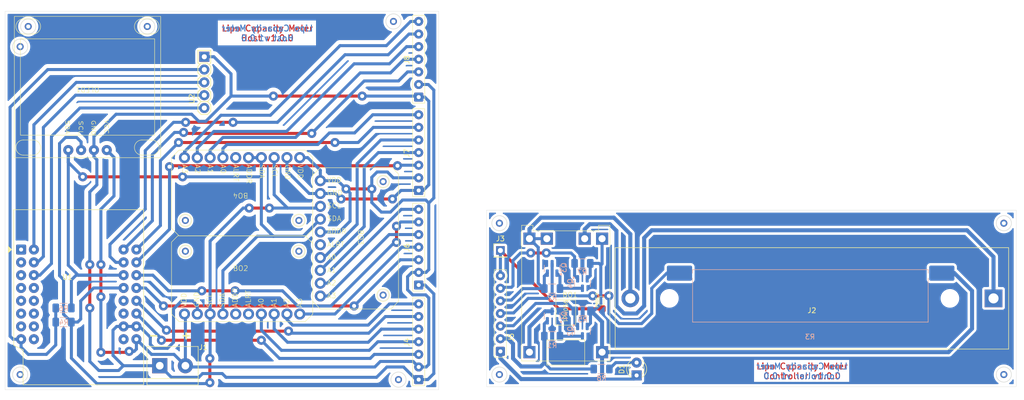
<source format=kicad_pcb>
(kicad_pcb (version 20240108) (generator "pcbnew") (generator_version "8.0")
  (layers (0 "F.Cu" signal) (31 "B.Cu" signal) (34 "B.Paste" user) (35 "F.Paste" user) (36 "B.SilkS" user "B.Silkscreen") (37 "F.SilkS" user "F.Silkscreen") (38 "B.Mask" user) (39 "F.Mask" user) (44 "Edge.Cuts" user))
  (net 0 "")
  (net 1 "Net-(BO1-Vin)")
  (net 2 "GND")
  (net 3 "/+5V")
  (net 4 "Net-(Q1-G)")
  (net 5 "Net-(BO1-B-)")
  (net 6 "Net-(Q3-G)")
  (net 22 "/B1_CH_C")
  (net 23 "/SDA")
  (net 24 "/B0_CH_C")
  (net 25 "/B0_DCH_C")
  (net 26 "/SCL")
  (net 27 "/B0_O+B_V")
  (net 28 "/B3_CH_C")
  (net 29 "/B2_DCH_C")
  (net 30 "/B3_DCH_C")
  (net 31 "/B3_O+B_V")
  (net 32 "/B2_CH_C")
  (net 33 "/B1_O+B_V")
  (net 34 "/B2_O+B_V")
  (net 35 "/B1_DCH_C")
  (net 40 "/B0_CH_CTL")
  (net 41 "/3V3")
  (net 42 "Net-(D1-A)")
  (net 43 "/B0_DCH_CTL")
  (net 44 "/B1_CH_CTL")
  (net 45 "/B1_DCH_CTL")
  (net 46 "/B2_CH_CTL")
  (net 47 "/B2_DCH_CTL")
  (net 48 "/B3_DCH_CTL")
  (net 49 "/B3_CH_CTL")
  (net 50 "/ENC_CLK")
  (net 51 "/ENC_DT")
  (net 52 "/ENC_SW")
  (net 53 "GND1")
  (net 54 "/BC_O+B_V")
  (net 55 "/BC_CH_C")
  (net 56 "/BC_DCH_C")
  (net 57 "/BC_DCH_CTL")
  (net 58 "/BC_+5V")
  (net 59 "/BC_CH_CTL")
  (footprint "LED_THT:LED_D3.0mm" (layer "F.Cu") (at 181.2 142.175 90)
    (property "Reference" "D1")
    (property "Value" "Power Ind")
  )
  (footprint "Connectors_Wire_TC:SolderWire-1x07_P2.5mm_D0.8mm_OD1.8mm" (layer "F.Cu") (at 138 105.5 90)
    (property "Reference" "J7")
    (property "Value" "B2 Conn")
  )
  (footprint "Connectors_Wire_TC:SolderWire-1x07_P2.5mm_D0.8mm_OD1.8mm" (layer "F.Cu") (at 138 87 90)
    (property "Reference" "J8")
    (property "Value" "B3 Conn")
  )
  (footprint "Connectors_Wire_TC:SolderWire-1x07_P2.5mm_D0.8mm_OD1.8mm" (layer "F.Cu") (at 154.2 137.4 90)
    (property "Reference" "J5")
    (property "Value" "B0 Conn")
  )
  (footprint "Connectors_Wire_TC:SolderWire-1x07_P2.5mm_D0.8mm_OD1.8mm" (layer "F.Cu") (at 138 124.25 90)
    (property "Reference" "J6")
    (property "Value" "B1 Conn")
  )
  (footprint "ADC_Modules:ADS1115_BO" (layer "F.Cu") (at 103 99 180)
    (property "Reference" "BO4")
    (property "Value" "~")
  )
  (footprint "Connector_PinHeader_2.54mm:PinHeader_1x01_P2.54mm_Vertical" (layer "F.Cu") (at 154.2 117.4)
    (property "Reference" "J3")
    (property "Value" "R_PROG")
  )
  (footprint "ADC_Modules:ADS1115_BO" (layer "F.Cu") (at 103 130)
    (property "Reference" "BO2")
    (property "Value" "~")
  )
  (footprint "LiPo_Charger_Board:TP4056_BreakOut_2" (layer "F.Cu") (at 167.15625 126.3125 90)
    (property "Reference" "BO1")
    (property "Value" "TP4056 BreakOut")
  )
  (footprint "RotaryEncoders:KY-040-PORT" (layer "F.Cu") (at 95.5 82.81 90)
    (property "Reference" "U2")
    (property "Value" "KY-040")
  )
  (footprint "MCU_Modules:WEMOS_S2_mini_NoKeepOut" (layer "F.Cu") (at 59.18 117.22)
    (property "Reference" "U1")
    (property "Value" "WEMOS S2 Mini")
  )
  (footprint "Battery:BatteryHolder_MPD_BH-18650-PC2" (layer "F.Cu") (at 251.955 126.9 180)
    (property "Reference" "J2")
    (property "Value" "BatteryHolder")
  )
  (footprint "Display_Module:SSD13306_OLED_128x64-2_NonPad_Mounting_Holes" (layer "F.Cu") (at 72.35 85 180)
    (property "Reference" "OLED1")
    (property "Value" "~")
  )
  (footprint "ADC_Modules:ADS1115_BO" (layer "F.Cu") (at 118.5 115 -90)
    (property "Reference" "BO3")
    (property "Value" "~")
  )
  (footprint "Connectors_Wire_TC:SolderWire-1x07_P2.5mm_D0.8mm_OD1.8mm" (layer "F.Cu") (at 138 143 90)
    (property "Reference" "J4")
    (property "Value" "B0 Conn")
  )
  (footprint "TerminalBlock:TerminalBlock_bornier-2_P5.08mm" (layer "F.Cu") (at 86.67 140.25)
    (property "Reference" "J1")
    (property "Value" "5V Power")
  )
  (footprint "Resistor_SMD:R_1206_3216Metric_Pad1.30x1.75mm_HandSolder" (layer "B.Cu") (at 164.45625 124.9625)
    (property "Reference" "R2")
    (property "Value" "10k")
  )
  (footprint "Resistor_Custom_THT:R_Axial_Power_L47.0mm_W10.0mm_P48.0mm_SMD" (layer "B.Cu") (at 191.7 126.4)
    (property "Reference" "R3")
    (property "Value" "Load")
  )
  (footprint "Resistor_SMD:R_1206_3216Metric_Pad1.30x1.75mm_HandSolder" (layer "B.Cu") (at 67.6 128.8)
    (property "Reference" "R6")
    (property "Value" "10k")
  )
  (footprint "Package_TO_SOT_SMD:SOT-23" (layer "B.Cu") (at 170.45625 123.9625 -90)
    (property "Reference" "Q4")
    (property "Value" "SI2302DDS")
  )
  (footprint "Package_TO_SOT_SMD:SOT-23" (layer "B.Cu") (at 164.45625 120.9625 90)
    (property "Reference" "Q3")
    (property "Value" "SI2301CDS")
  )
  (footprint "Package_TO_SOT_SMD:SOT-23" (layer "B.Cu") (at 170.45625 133.4 -90)
    (property "Reference" "Q2")
    (property "Value" "SI2302DDS")
  )
  (footprint "Resistor_SMD:R_1206_3216Metric_Pad1.30x1.75mm_HandSolder" (layer "B.Cu") (at 170.50625 129.4)
    (property "Reference" "R5")
    (property "Value" "12k")
  )
  (footprint "Resistor_SMD:R_1206_3216Metric_Pad1.30x1.75mm_HandSolder" (layer "B.Cu") (at 164.45625 134.4)
    (property "Reference" "R1")
    (property "Value" "10k")
  )
  (footprint "Resistor_SMD:R_1206_3216Metric_Pad1.30x1.75mm_HandSolder" (layer "B.Cu") (at 174.25 140.9)
    (property "Reference" "R8")
    (property "Value" "5.1k")
  )
  (footprint "Package_TO_SOT_SMD:SOT-23" (layer "B.Cu") (at 164.45625 130.4 90)
    (property "Reference" "Q1")
    (property "Value" "SI2301CDS")
  )
  (footprint "Resistor_SMD:R_1206_3216Metric_Pad1.30x1.75mm_HandSolder" (layer "B.Cu") (at 67.6 131.6)
    (property "Reference" "R4")
    (property "Value" "10k")
  )
  (footprint "Resistor_SMD:R_1206_3216Metric_Pad1.30x1.75mm_HandSolder" (layer "B.Cu") (at 170.45625 119.9625)
    (property "Reference" "R7")
    (property "Value" "12k")
  )
  (gr_circle (center 154 112) (end 155.5 112) (stroke (width 0.1)) (fill none) (layer "Edge.Cuts"))
  (gr_circle (center 59 142) (end 60.5 142) (stroke (width 0.1)) (fill none) (layer "Edge.Cuts"))
  (gr_circle (center 134 143) (end 135.5 143) (stroke (width 0.1)) (fill none) (layer "Edge.Cuts"))
  (gr_circle (center 254 142) (end 255.5 142) (stroke (width 0.1)) (fill none) (layer "Edge.Cuts"))
  (gr_circle (center 59 77) (end 60.5 77) (stroke (width 0.1)) (fill none) (layer "Edge.Cuts"))
  (gr_circle (center 130.95 103.75) (end 132.05 103.75) (stroke (width 0.05)) (fill none) (layer "Edge.Cuts"))
  (gr_circle (center 114.25 111.45) (end 115.35 111.45) (stroke (width 0.05)) (fill none) (layer "Edge.Cuts"))
  (gr_circle (center 60.6 73) (end 62.1 73) (stroke (width 0.1)) (fill none) (layer "Edge.Cuts"))
  (gr_circle (center 91.75 117.55) (end 92.85 117.55) (stroke (width 0.05)) (fill none) (layer "Edge.Cuts"))
  (gr_circle (center 130.95 126.25) (end 132.05 126.25) (stroke (width 0.05)) (fill none) (layer "Edge.Cuts"))
  (gr_circle (center 154 142) (end 155.5 142) (stroke (width 0.1)) (fill none) (layer "Edge.Cuts"))
  (gr_circle (center 133 72) (end 134.5 72) (stroke (width 0.1)) (fill none) (layer "Edge.Cuts"))
  (gr_circle (center 91.75 111.45) (end 92.85 111.45) (stroke (width 0.05)) (fill none) (layer "Edge.Cuts"))
  (gr_rect (start 56 70) (end 142 145) (stroke (width 0.05)) (fill none) (layer "Edge.Cuts"))
  (gr_rect (start 151.45 109.4) (end 256.45 144.4) (stroke (width 0.05)) (fill none) (layer "Edge.Cuts"))
  (gr_circle (center 114.25 117.55) (end 115.35 117.55) (stroke (width 0.05)) (fill none) (layer "Edge.Cuts"))
  (gr_circle (center 84.2 73) (end 85.7 73) (stroke (width 0.1)) (fill none) (layer "Edge.Cuts"))
  (gr_circle (center 254 112) (end 255.5 112) (stroke (width 0.1)) (fill none) (layer "Edge.Cuts"))
  (gr_text "Lipo Capacity Meter\nController v1.0.0" (at 214 143 -0) (layer "F.Cu") (effects (font (size 1.2 1.2) (thickness 0.2) (bold yes)) (justify bottom)))
  (gr_text "Lipo Capacity Meter\nHost v1.0.0" (at 108 76 0) (layer "F.Cu") (effects (font (size 1.2 1.2) (thickness 0.2) (bold yes)) (justify bottom)))
  (gr_text "Lipo Capacity Meter\nController v1.0.0" (at 214 143 0) (layer "B.Cu") (effects (font (size 1.2 1.2) (thickness 0.2) (bold yes)) (justify bottom mirror)))
  (gr_text "Lipo Capacity Meter\nHost v1.0.0" (at 108 76 0) (layer "B.Cu") (effects (font (size 1.2 1.2) (thickness 0.2) (bold yes)) (justify bottom mirror)))
  (gr_text "-    +" (at 84.35 135.1 0) (layer "F.SilkS") (effects (font (size 1.5 1.5) (thickness 0.3) (bold yes)) (justify left bottom)))
  (via (at 154 112) (size 1.4) (drill 0.8) (layers "F.Cu" "B.Cu") (net 0))
  (via (at 133 72) (size 1.4) (drill 0.8) (layers "F.Cu" "B.Cu") (net 0))
  (via (at 59 77) (size 1.4) (drill 0.8) (layers "F.Cu" "B.Cu") (net 0))
  (via (at 134 143) (size 1.4) (drill 0.8) (layers "F.Cu" "B.Cu") (net 0))
  (via (at 254 142) (size 1.4) (drill 0.8) (layers "F.Cu" "B.Cu") (net 0))
  (via (at 91.75 117.55) (size 1.4) (drill 0.8) (layers "F.Cu" "B.Cu") (net 0))
  (via (at 154 142) (size 1.4) (drill 0.8) (layers "F.Cu" "B.Cu") (net 0))
  (via (at 60.6 73) (size 1.4) (drill 0.8) (layers "F.Cu" "B.Cu") (net 0))
  (via (at 254 112) (size 1.4) (drill 0.8) (layers "F.Cu" "B.Cu") (net 0))
  (via (at 91.75 111.45) (size 1.4) (drill 0.8) (layers "F.Cu" "B.Cu") (net 0))
  (via (at 114.25 117.55) (size 1.4) (drill 0.8) (layers "F.Cu" "B.Cu") (net 0))
  (via (at 130.95 103.75) (size 1.4) (drill 0.8) (layers "F.Cu" "B.Cu") (net 0))
  (via (at 114.25 111.45) (size 1.4) (drill 0.8) (layers "F.Cu" "B.Cu") (net 0))
  (via (at 130.95 126.25) (size 1.4) (drill 0.8) (layers "F.Cu" "B.Cu") (net 0))
  (via (at 59 142) (size 1.4) (drill 0.8) (layers "F.Cu" "B.Cu") (net 0))
  (via (at 84.2 73) (size 1.4) (drill 0.8) (layers "F.Cu" "B.Cu") (net 0))
  (segment (start 163.074758 129.4625) (end 164.45625 129.4625) (width 0.8) (layer "B.Cu") (net 1))
  (segment (start 159.95625 137.5625) (end 159.95625 132.581008) (width 0.8) (layer "B.Cu") (net 1))
  (segment (start 159.95625 132.581008) (end 163.074758 129.4625) (width 0.8) (layer "B.Cu") (net 1))
  (segment (start 126.8 86.8) (end 109.2 86.8) (width 0.6) (layer "F.Cu") (net 2))
  (segment (start 122.6 107.2) (end 132.8 107.2) (width 0.6) (layer "F.Cu") (net 2))
  (segment (start 72.8 120.2) (end 72.8 128.8) (width 0.6) (layer "F.Cu") (net 2))
  (via (at 109.2 86.8) (size 1.8) (drill 0.8) (layers "F.Cu" "B.Cu") (net 2))
  (via (at 126.8 86.8) (size 1.8) (drill 0.8) (layers "F.Cu" "B.Cu") (net 2))
  (via (at 122.6 107.2) (size 1.8) (drill 0.8) (layers "F.Cu" "B.Cu") (net 2))
  (via (at 72.8 120.2) (size 1.8) (drill 0.8) (layers "F.Cu" "B.Cu") (net 2))
  (via (at 132.8 107.2) (size 1.8) (drill 0.8) (layers "F.Cu" "B.Cu") (net 2))
  (via (at 72.8 128.8) (size 1.8) (drill 0.8) (layers "F.Cu" "B.Cu") (net 2))
  (segment (start 132.8 107.2) (end 134.5 105.5) (width 0.6) (layer "B.Cu") (net 2))
  (segment (start 72.8 139.4) (end 74.6 141.2) (width 0.6) (layer "B.Cu") (net 2))
  (segment (start 78.5 141.2) (end 79.45 140.25) (width 0.6) (layer "B.Cu") (net 2))
  (segment (start 100.8 86.8) (end 95.8 91.8) (width 0.6) (layer "B.Cu") (net 2))
  (segment (start 138 143) (end 139.8 143) (width 0.6) (layer "B.Cu") (net 2))
  (segment (start 94.4 91.8) (end 93 90.4) (width 0.6) (layer "B.Cu") (net 2))
  (segment (start 111.89 99) (end 111.89 101.69) (width 0.6) (layer "B.Cu") (net 2))
  (segment (start 72.8 128.8) (end 72.8 139.4) (width 0.6) (layer "B.Cu") (net 2))
  (segment (start 91 127.4) (end 93.2 127.4) (width 0.6) (layer "B.Cu") (net 2))
  (segment (start 121.51 106.11) (end 122.6 107.2) (width 0.6) (layer "B.Cu") (net 2))
  (segment (start 89.4 135.6) (end 89.4 129) (width 0.6) (layer "B.Cu") (net 2))
  (segment (start 89.4 129) (end 91 127.4) (width 0.6) (layer "B.Cu") (net 2))
  (segment (start 77.4 133.2) (end 77.4 138.2) (width 0.6) (layer "B.Cu") (net 2))
  (segment (start 139.25 124.25) (end 138 124.25) (width 0.6) (layer "B.Cu") (net 2))
  (segment (start 137.8 86.8) (end 126.8 86.8) (width 0.6) (layer "B.Cu") (net 2))
  (segment (start 97.4 79) (end 100.8 82.4) (width 0.6) (layer "B.Cu") (net 2))
  (segment (start 72.8 105.8) (end 72.8 120.2) (width 0.6) (layer "B.Cu") (net 2))
  (segment (start 84.8 134.6) (end 84.8 136) (width 0.6) (layer "B.Cu") (net 2))
  (segment (start 93.2 127.4) (end 94.11 128.31) (width 0.6) (layer "B.Cu") (net 2))
  (segment (start 86.67 140.25) (end 88.97 142.55) (width 0.6) (layer "B.Cu") (net 2))
  (segment (start 109.2 86.8) (end 100.8 86.8) (width 0.6) (layer "B.Cu") (net 2))
  (segment (start 73.62 94.78) (end 73.62 97.5) (width 0.6) (layer "B.Cu") (net 2))
  (segment (start 141 126) (end 139.25 124.25) (width 0.6) (layer "B.Cu") (net 2))
  (segment (start 134.5 105.5) (end 138 105.5) (width 0.6) (layer "B.Cu") (net 2))
  (segment (start 78 90.4) (end 73.62 94.78) (width 0.6) (layer "B.Cu") (net 2))
  (segment (start 73.62 97.5) (end 73.62 98.82) (width 0.6) (layer "B.Cu") (net 2))
  (segment (start 82.04 132.46) (end 82.66 132.46) (width 0.6) (layer "B.Cu") (net 2))
  (segment (start 140 87.8) (end 139.2 87) (width 0.6) (layer "B.Cu") (net 2))
  (segment (start 88.2 136.8) (end 89.4 135.6) (width 0.6) (layer "B.Cu") (net 2))
  (segment (start 79.5 132.46) (end 78.14 132.46) (width 0.6) (layer "B.Cu") (net 2))
  (segment (start 74.2 99.4) (end 74.2 104.4) (width 0.6) (layer "B.Cu") (net 2))
  (segment (start 99.05 141.8) (end 99.8 142.55) (width 0.6) (layer "B.Cu") (net 2))
  (segment (start 139.8 143) (end 141 141.8) (width 0.6) (layer "B.Cu") (net 2))
  (segment (start 116.31 106.11) (end 118.5 106.11) (width 0.6) (layer "B.Cu") (net 2))
  (segment (start 118.5 106.11) (end 121.51 106.11) (width 0.6) (layer "B.Cu") (net 2))
  (segment (start 141 141.8) (end 141 126) (width 0.6) (layer "B.Cu") (net 2))
  (segment (start 138 105.5) (end 138.9 105.5) (width 0.6) (layer "B.Cu") (net 2))
  (segment (start 88.97 142.55) (end 94.4 142.55) (width 0.6) (layer "B.Cu") (net 2))
  (segment (start 140 104.4) (end 140 87.8) (width 0.6) (layer "B.Cu") (net 2))
  (segment (start 94.11 128.31) (end 94.11 130) (width 0.6) (layer "B.Cu") (net 2))
  (segment (start 73.62 98.82) (end 74.2 99.4) (width 0.6) (layer "B.Cu") (net 2))
  (segment (start 79.5 132.46) (end 82.04 132.46) (width 0.6) (layer "B.Cu") (net 2))
  (segment (start 78.14 132.46) (end 77.4 133.2) (width 0.6) (layer "B.Cu") (net 2))
  (segment (start 99.8 142.55) (end 129.65 142.55) (width 0.6) (layer "B.Cu") (net 2))
  (segment (start 95.8 91.8) (end 94.4 91.8) (width 0.6) (layer "B.Cu") (net 2))
  (segment (start 111.89 101.69) (end 116.31 106.11) (width 0.6) (layer "B.Cu") (net 2))
  (segment (start 129.65 142.55) (end 131.7 140.5) (width 0.6) (layer "B.Cu") (net 2))
  (segment (start 138.9 105.5) (end 140 104.4) (width 0.6) (layer "B.Cu") (net 2))
  (segment (start 79.45 140.25) (end 86.67 140.25) (width 0.6) (layer "B.Cu") (net 2))
  (segment (start 84.8 136) (end 85.6 136.8) (width 0.6) (layer "B.Cu") (net 2))
  (segment (start 135 140.5) (end 137.5 143) (width 0.6) (layer "B.Cu") (net 2))
  (segment (start 74 104.6) (end 72.8 105.8) (width 0.6) (layer "B.Cu") (net 2))
  (segment (start 138 87) (end 137.8 86.8) (width 0.6) (layer "B.Cu") (net 2))
  (segment (start 74.2 104.4) (end 74 104.6) (width 0.6) (layer "B.Cu") (net 2))
  (segment (start 100.8 82.4) (end 100.8 86.8) (width 0.6) (layer "B.Cu") (net 2))
  (segment (start 77.4 138.2) (end 79.45 140.25) (width 0.6) (layer "B.Cu") (net 2))
  (segment (start 137.5 143) (end 138 143) (width 0.6) (layer "B.Cu") (net 2))
  (segment (start 131.7 140.5) (end 135 140.5) (width 0.6) (layer "B.Cu") (net 2))
  (segment (start 95.5 79) (end 97.4 79) (width 0.6) (layer "B.Cu") (net 2))
  (segment (start 93 90.4) (end 78 90.4) (width 0.6) (layer "B.Cu") (net 2))
  (segment (start 74.6 141.2) (end 78.5 141.2) (width 0.6) (layer "B.Cu") (net 2))
  (segment (start 85.6 136.8) (end 88.2 136.8) (width 0.6) (layer "B.Cu") (net 2))
  (segment (start 95.15 141.8) (end 99.05 141.8) (width 0.6) (layer "B.Cu") (net 2))
  (segment (start 82.66 132.46) (end 84.8 134.6) (width 0.6) (layer "B.Cu") (net 2))
  (segment (start 139.2 87) (end 138 87) (width 0.6) (layer "B.Cu") (net 2))
  (segment (start 94.4 142.55) (end 95.15 141.8) (width 0.6) (layer "B.Cu") (net 2))
  (segment (start 128.7 105.2) (end 123.6 105.2) (width 0.6) (layer "F.Cu") (net 3))
  (segment (start 75 120.2) (end 75 126.6) (width 0.6) (layer "F.Cu") (net 3))
  (segment (start 75 137.6) (end 80.4 137.6) (width 0.6) (layer "F.Cu") (net 3))
  (segment (start 80.4 137.6) (end 80.6 137.4) (width 0.6) (layer "F.Cu") (net 3))
  (via (at 75 137.6) (size 1.8) (drill 0.8) (layers "F.Cu" "B.Cu") (net 3))
  (via (at 80.6 137.4) (size 1.8) (drill 0.8) (layers "F.Cu" "B.Cu") (net 3))
  (via (at 75 120.2) (size 1.8) (drill 0.8) (layers "F.Cu" "B.Cu") (net 3))
  (via (at 123.6 105.2) (size 1.8) (drill 0.8) (layers "F.Cu" "B.Cu") (net 3))
  (via (at 75 126.6) (size 1.8) (drill 0.8) (layers "F.Cu" "B.Cu") (net 3))
  (via (at 128.7 105.2) (size 1.8) (drill 0.8) (layers "F.Cu" "B.Cu") (net 3))
  (segment (start 76.16 97.5) (end 77.6 98.94) (width 0.6) (layer "B.Cu") (net 3))
  (segment (start 82.04 135) (end 85.04 138) (width 0.6) (layer "B.Cu") (net 3))
  (segment (start 91.75 140.25) (end 91.75 130.18) (width 0.6) (layer "B.Cu") (net 3))
  (segment (start 123.6 105.2) (end 124.4 106) (width 0.6) (layer "B.Cu") (net 3))
  (segment (start 128.7 102.9) (end 129.758998 101.841002) (width 0.6) (layer "B.Cu") (net 3))
  (segment (start 91.75 130.18) (end 91.57 130) (width 0.6) (layer "B.Cu") (net 3))
  (segment (start 128.7 105.2) (end 128.7 102.9) (width 0.6) (layer "B.Cu") (net 3))
  (segment (start 124.4 111.6) (end 124.4 106.4) (width 0.6) (layer "B.Cu") (net 3))
  (segment (start 135.8 125.2) (end 135.8 122.6) (width 0.6) (layer "B.Cu") (net 3))
  (segment (start 85.04 138) (end 89.5 138) (width 0.6) (layer "B.Cu") (net 3))
  (segment (start 77.6 106.6) (end 76.4 107.8) (width 0.6) (layer "B.Cu") (net 3))
  (segment (start 140 121.2) (end 140 108) (width 0.6) (layer "B.Cu") (net 3))
  (segment (start 136.9 139.4) (end 130.4 139.4) (width 0.6) (layer "B.Cu") (net 3))
  (segment (start 75 109.2) (end 75 120.2) (width 0.6) (layer "B.Cu") (net 3))
  (segment (start 139.4 126.2) (end 136.8 126.2) (width 0.6) (layer "B.Cu") (net 3))
  (segment (start 140 140) (end 140 126.8) (width 0.6) (layer "B.Cu") (net 3))
  (segment (start 129.758998 101.841002) (end 131.8 101.841002) (width 0.6) (layer "B.Cu") (net 3))
  (segment (start 138 140.5) (end 136.9 139.4) (width 0.6) (layer "B.Cu") (net 3))
  (segment (start 128.7 105.2) (end 128.7 107.9) (width 0.6) (layer "B.Cu") (net 3))
  (segment (start 77.6 99.4) (end 77.6 106.6) (width 0.6) (layer "B.Cu") (net 3))
  (segment (start 116 99) (end 118.5 101.5) (width 0.6) (layer "B.Cu") (net 3))
  (segment (start 77.6 98.94) (end 77.6 99.4) (width 0.6) (layer "B.Cu") (net 3))
  (segment (start 124.4 106) (end 124.4 106.4) (width 0.6) (layer "B.Cu") (net 3))
  (segment (start 134.8 107.4) (end 139.4 107.4) (width 0.6) (layer "B.Cu") (net 3))
  (segment (start 81.6 137.4) (end 82.04 136.96) (width 0.6) (layer "B.Cu") (net 3))
  (segment (start 138 84.5) (end 139.9 84.5) (width 0.6) (layer "B.Cu") (net 3))
  (segment (start 75 137.6) (end 75 126.6) (width 0.6) (layer "B.Cu") (net 3))
  (segment (start 76.4 107.8) (end 75 109.2) (width 0.6) (layer "B.Cu") (net 3))
  (segment (start 82.04 136.96) (end 82.04 135) (width 0.6) (layer "B.Cu") (net 3))
  (segment (start 130.4 139.4) (end 129.3 140.5) (width 0.6) (layer "B.Cu") (net 3))
  (segment (start 80.6 137.4) (end 81.6 137.4) (width 0.6) (layer "B.Cu") (net 3))
  (segment (start 122.27 113.73) (end 124.4 111.6) (width 0.6) (layer "B.Cu") (net 3))
  (segment (start 139.45 121.75) (end 140 121.2) (width 0.6) (layer "B.Cu") (net 3))
  (segment (start 128.7 107.9) (end 130.6 109.8) (width 0.6) (layer "B.Cu") (net 3))
  (segment (start 118.5 113.73) (end 122.27 113.73) (width 0.6) (layer "B.Cu") (net 3))
  (segment (start 132.958998 103) (end 138 103) (width 0.6) (layer "B.Cu") (net 3))
  (segment (start 89.5 138) (end 91.75 140.25) (width 0.6) (layer "B.Cu") (net 3))
  (segment (start 118.5 103.57) (end 121.97 103.57) (width 0.6) (layer "B.Cu") (net 3))
  (segment (start 139.4 107.4) (end 140 108) (width 0.6) (layer "B.Cu") (net 3))
  (segment (start 140 126.8) (end 139.4 126.2) (width 0.6) (layer "B.Cu") (net 3))
  (segment (start 141 85.6) (end 141 107) (width 0.6) (layer "B.Cu") (net 3))
  (segment (start 131.8 101.841002) (end 132.958998 103) (width 0.6) (layer "B.Cu") (net 3))
  (segment (start 118.5 101.5) (end 118.5 103.57) (width 0.6) (layer "B.Cu") (net 3))
  (segment (start 141 107) (end 140 108) (width 0.6) (layer "B.Cu") (net 3))
  (segment (start 139.9 84.5) (end 141 85.6) (width 0.6) (layer "B.Cu") (net 3))
  (segment (start 138 121.75) (end 139.45 121.75) (width 0.6) (layer "B.Cu") (net 3))
  (segment (start 129.3 140.5) (end 92 140.5) (width 0.6) (layer "B.Cu") (net 3))
  (segment (start 138 140.5) (end 139.5 140.5) (width 0.6) (layer "B.Cu") (net 3))
  (segment (start 139.5 140.5) (end 140 140) (width 0.6) (layer "B.Cu") (net 3))
  (segment (start 130.6 109.8) (end 132.4 109.8) (width 0.6) (layer "B.Cu") (net 3))
  (segment (start 132.4 109.8) (end 134.8 107.4) (width 0.6) (layer "B.Cu") (net 3))
  (segment (start 135.8 122.6) (end 136.65 121.75) (width 0.6) (layer "B.Cu") (net 3))
  (segment (start 114.43 99) (end 116 99) (width 0.6) (layer "B.Cu") (net 3))
  (segment (start 92 140.5) (end 91.75 140.25) (width 0.6) (layer "B.Cu") (net 3))
  (segment (start 121.97 103.57) (end 123.6 105.2) (width 0.6) (layer "B.Cu") (net 3))
  (segment (start 136.8 126.2) (end 135.8 125.2) (width 0.6) (layer "B.Cu") (net 3))
  (segment (start 136.65 121.75) (end 138 121.75) (width 0.6) (layer "B.Cu") (net 3))
  (segment (start 170.39375 134.4) (end 170.45625 134.3375) (width 0.6) (layer "B.Cu") (net 4))
  (segment (start 166.00625 134.4) (end 166.00625 131.9375) (width 0.6) (layer "B.Cu") (net 4))
  (segment (start 166.00625 131.9375) (end 165.40625 131.3375) (width 0.6) (layer "B.Cu") (net 4))
  (segment (start 166.00625 134.4) (end 170.39375 134.4) (width 0.6) (layer "B.Cu") (net 4))
  (segment (start 170.90625 113.19375) (end 170.90625 115.0625) (width 0.8) (layer "B.Cu") (net 5))
  (segment (start 177.2 128.4) (end 177.2 113.5) (width 0.8) (layer "B.Cu") (net 5))
  (segment (start 246.7 113.4) (end 184.2 113.4) (width 0.8) (layer "B.Cu") (net 5))
  (segment (start 184.2 113.4) (end 182.7 114.9) (width 0.8) (layer "B.Cu") (net 5))
  (segment (start 182.7 114.9) (end 182.7 128.4) (width 0.8) (layer "B.Cu") (net 5))
  (segment (start 251.955 126.9) (end 251.955 118.655) (width 0.8) (layer "B.Cu") (net 5))
  (segment (start 175.9 112.2) (end 171.9 112.2) (width 0.8) (layer "B.Cu") (net 5))
  (segment (start 181.2 129.9) (end 178.7 129.9) (width 0.8) (layer "B.Cu") (net 5))
  (segment (start 251.955 118.655) (end 246.7 113.4) (width 0.8) (layer "B.Cu") (net 5))
  (segment (start 178.7 129.9) (end 177.2 128.4) (width 0.8) (layer "B.Cu") (net 5))
  (segment (start 177.2 113.5) (end 175.9 112.2) (width 0.8) (layer "B.Cu") (net 5))
  (segment (start 182.7 128.4) (end 181.2 129.9) (width 0.8) (layer "B.Cu") (net 5))
  (segment (start 171.9 112.2) (end 170.90625 113.19375) (width 0.8) (layer "B.Cu") (net 5))
  (segment (start 165.95625 124.9625) (end 166.01875 124.9) (width 0.6) (layer "B.Cu") (net 6))
  (segment (start 166.00625 124.9625) (end 165.95625 124.9625) (width 0.6) (layer "B.Cu") (net 6))
  (segment (start 166.00625 124.9625) (end 166.00625 122.5) (width 0.6) (layer "B.Cu") (net 6))
  (segment (start 166.00625 122.5) (end 165.40625 121.9) (width 0.6) (layer "B.Cu") (net 6))
  (segment (start 166.01875 124.9) (end 170.45625 124.9) (width 0.6) (layer "B.Cu") (net 6))
  (segment (start 118.5 123.89) (end 119.91 123.89) (width 0.6) (layer "B.Cu") (net 22))
  (segment (start 134.55 109.25) (end 138 109.25) (width 0.6) (layer "B.Cu") (net 22))
  (segment (start 119.91 123.89) (end 134.55 109.25) (width 0.6) (layer "B.Cu") (net 22))
  (segment (start 91.2 102.8) (end 71.4 102.8) (width 0.6) (layer "F.Cu") (net 23))
  (via (at 71.4 102.8) (size 1.8) (drill 0.8) (layers "F.Cu" "B.Cu") (net 23))
  (via (at 91.2 102.8) (size 1.8) (drill 0.8) (layers "F.Cu" "B.Cu") (net 23))
  (segment (start 70.1 122.3) (end 69.15 123.25) (width 0.6) (layer "B.Cu") (net 23))
  (segment (start 68.54 97.5) (end 68.54 99.94) (width 0.6) (layer "B.Cu") (net 23))
  (segment (start 68.54 120.34) (end 70.5 122.3) (width 0.6) (layer "B.Cu") (net 23))
  (segment (start 106.81 102.8) (end 91.2 102.8) (width 0.6) (layer "B.Cu") (net 23))
  (segment (start 79.5 122.3) (end 76 122.3) (width 0.6) (layer "B.Cu") (net 23))
  (segment (start 68.54 97.5) (end 68.54 120.34) (width 0.6) (layer "B.Cu") (net 23))
  (segment (start 109.2 114.6) (end 115.09 114.6) (width 0.6) (layer "B.Cu") (net 23))
  (segment (start 104.27 99) (end 106.81 99) (width 0.6) (layer "B.Cu") (net 23))
  (segment (start 69.15 123.25) (end 69.15 128.8) (width 0.6) (layer "B.Cu") (net 23))
  (segment (start 106.81 99) (end 106.81 102.8) (width 0.6) (layer "B.Cu") (net 23))
  (segment (start 99.19 130) (end 99.19 121.41) (width 0.6) (layer "B.Cu") (net 23))
  (segment (start 106.81 112.21) (end 109.2 114.6) (width 0.6) (layer "B.Cu") (net 23))
  (segment (start 99.19 121.41) (end 106 114.6) (width 0.6) (layer "B.Cu") (net 23))
  (segment (start 106 114.6) (end 109.2 114.6) (width 0.6) (layer "B.Cu") (net 23))
  (segment (start 106.81 102.8) (end 106.81 112.21) (width 0.6) (layer "B.Cu") (net 23))
  (segment (start 115.09 114.6) (end 118.5 111.19) (width 0.6) (layer "B.Cu") (net 23))
  (segment (start 70.5 122.3) (end 76 122.3) (width 0.6) (layer "B.Cu") (net 23))
  (segment (start 76 122.3) (end 70.1 122.3) (width 0.6) (layer "B.Cu") (net 23))
  (segment (start 68.54 99.94) (end 71.4 102.8) (width 0.6) (layer "B.Cu") (net 23))
  (segment (start 128 132.2) (end 113 132.2) (width 0.6) (layer "B.Cu") (net 24))
  (segment (start 111.89 131.09) (end 111.89 130) (width 0.6) (layer "B.Cu") (net 24))
  (segment (start 138 128) (end 132.2 128) (width 0.6) (layer "B.Cu") (net 24))
  (segment (start 113 132.2) (end 111.89 131.09) (width 0.6) (layer "B.Cu") (net 24))
  (segment (start 132.2 128) (end 128 132.2) (width 0.6) (layer "B.Cu") (net 24))
  (segment (start 138 135.5) (end 129.9 135.5) (width 0.6) (layer "B.Cu") (net 25))
  (segment (start 129.9 135.5) (end 128.2 137.2) (width 0.6) (layer "B.Cu") (net 25))
  (segment (start 128.2 137.2) (end 110.8 137.2) (width 0.6) (layer "B.Cu") (net 25))
  (segment (start 110.8 137.2) (end 106.81 133.21) (width 0.6) (layer "B.Cu") (net 25))
  (segment (start 106.81 133.21) (end 106.81 130) (width 0.6) (layer "B.Cu") (net 25))
  (segment (start 104.4 109) (end 108.4 109) (width 0.6) (layer "F.Cu") (net 26))
  (segment (start 96.6 143.6) (end 96.6 138.8) (width 0.6) (layer "F.Cu") (net 26))
  (via (at 96.6 138.8) (size 1.8) (drill 0.8) (layers "F.Cu" "B.Cu") (net 26))
  (via (at 96.6 143.6) (size 1.8) (drill 0.8) (layers "F.Cu" "B.Cu") (net 26))
  (via (at 104.4 109) (size 1.8) (drill 0.8) (layers "F.Cu" "B.Cu") (net 26))
  (via (at 108.4 109) (size 1.8) (drill 0.8) (layers "F.Cu" "B.Cu") (net 26))
  (segment (start 118.15 109) (end 118.5 108.65) (width 0.6) (layer "B.Cu") (net 26))
  (segment (start 96.65 138.75) (end 96.6 138.8) (width 0.6) (layer "B.Cu") (net 26))
  (segment (start 74.2 143.8) (end 69.15 138.75) (width 0.6) (layer "B.Cu") (net 26))
  (segment (start 70.2 95) (end 68 95) (width 0.6) (layer "B.Cu") (net 26))
  (segment (start 96.65 130) (end 96.65 115.55) (width 0.6) (layer "B.Cu") (net 26))
  (segment (start 67.6 123.2) (end 67.6 130.05) (width 0.6) (layer "B.Cu") (net 26))
  (segment (start 108.4 109) (end 112 109) (width 0.6) (layer "B.Cu") (net 26))
  (segment (start 73.56 124.84) (end 71 127.4) (width 0.6) (layer "B.Cu") (net 26))
  (segment (start 68 95) (end 66.8 96.2) (width 0.6) (layer "B.Cu") (net 26))
  (segment (start 112 109) (end 118.15 109) (width 0.6) (layer "B.Cu") (net 26))
  (segment (start 96.65 130) (end 96.65 138.75) (width 0.6) (layer "B.Cu") (net 26))
  (segment (start 71 131) (end 70.4 131.6) (width 0.6) (layer "B.Cu") (net 26))
  (segment (start 109.35 99) (end 109.35 106.35) (width 0.6) (layer "B.Cu") (net 26))
  (segment (start 96.65 115.55) (end 102 110.2) (width 0.6) (layer "B.Cu") (net 26))
  (segment (start 74.2 143.8) (end 96.4 143.8) (width 0.6) (layer "B.Cu") (net 26))
  (segment (start 66.8 96.2) (end 66.8 122.4) (width 0.6) (layer "B.Cu") (net 26))
  (segment (start 71.08 97.5) (end 71.08 95.88) (width 0.6) (layer "B.Cu") (net 26))
  (segment (start 70.4 131.6) (end 69.15 131.6) (width 0.6) (layer "B.Cu") (net 26))
  (segment (start 71 127.4) (end 71 131) (width 0.6) (layer "B.Cu") (net 26))
  (segment (start 69.15 138.75) (end 69.15 131.6) (width 0.6) (layer "B.Cu") (net 26))
  (segment (start 96.4 143.8) (end 96.6 143.6) (width 0.6) (layer "B.Cu") (net 26))
  (segment (start 67.6 130.05) (end 69.15 131.6) (width 0.6) (layer "B.Cu") (net 26))
  (segment (start 71.08 95.88) (end 70.2 95) (width 0.6) (layer "B.Cu") (net 26))
  (segment (start 79.5 124.84) (end 73.56 124.84) (width 0.6) (layer "B.Cu") (net 26))
  (segment (start 103.2 109) (end 104.4 109) (width 0.6) (layer "B.Cu") (net 26))
  (segment (start 109.35 106.35) (end 112 109) (width 0.6) (layer "B.Cu") (net 26))
  (segment (start 102 110.2) (end 103.2 109) (width 0.6) (layer "B.Cu") (net 26))
  (segment (start 66.8 122.4) (end 67.6 123.2) (width 0.6) (layer "B.Cu") (net 26))
  (segment (start 130.6 133) (end 128 135.6) (width 0.6) (layer "B.Cu") (net 27))
  (segment (start 112 135.6) (end 109.35 132.95) (width 0.6) (layer "B.Cu") (net 27))
  (segment (start 138 133) (end 130.6 133) (width 0.6) (layer "B.Cu") (net 27))
  (segment (start 128 135.6) (end 112 135.6) (width 0.6) (layer "B.Cu") (net 27))
  (segment (start 109.35 132.95) (end 109.35 130) (width 0.6) (layer "B.Cu") (net 27))
  (segment (start 98.8 90.6) (end 91.57 97.83) (width 0.6) (layer "B.Cu") (net 28))
  (segment (start 136.4 72) (end 131.6 76.8) (width 0.6) (layer "B.Cu") (net 28))
  (segment (start 91.57 97.83) (end 91.57 99) (width 0.6) (layer "B.Cu") (net 28))
  (segment (start 122.4 76.8) (end 108.6 90.6) (width 0.6) (layer "B.Cu") (net 28))
  (segment (start 131.6 76.8) (end 122.4 76.8) (width 0.6) (layer "B.Cu") (net 28))
  (segment (start 138 72) (end 136.4 72) (width 0.6) (layer "B.Cu") (net 28))
  (segment (start 108.6 90.6) (end 98.8 90.6) (width 0.6) (layer "B.Cu") (net 28))
  (segment (start 127.2 112.65) (end 127.2 100.8) (width 0.6) (layer "B.Cu") (net 29))
  (segment (start 130 98) (end 138 98) (width 0.6) (layer "B.Cu") (net 29))
  (segment (start 127.2 100.8) (end 130 98) (width 0.6) (layer "B.Cu") (net 29))
  (segment (start 118.5 121.35) (end 127.2 112.65) (width 0.6) (layer "B.Cu") (net 29))
  (segment (start 99.2 95) (end 96.65 97.55) (width 0.6) (layer "B.Cu") (net 30))
  (segment (start 135.1 79.5) (end 132.4 82.2) (width 0.6) (layer "B.Cu") (net 30))
  (segment (start 138 79.5) (end 135.1 79.5) (width 0.6) (layer "B.Cu") (net 30))
  (segment (start 126.4 82.2) (end 113.6 95) (width 0.6) (layer "B.Cu") (net 30))
  (segment (start 132.4 82.2) (end 126.4 82.2) (width 0.6) (layer "B.Cu") (net 30))
  (segment (start 96.65 97.55) (end 96.65 99) (width 0.6) (layer "B.Cu") (net 30))
  (segment (start 113.6 95) (end 99.2 95) (width 0.6) (layer "B.Cu") (net 30))
  (segment (start 111.8 93.8) (end 97.4 93.8) (width 0.6) (layer "B.Cu") (net 31))
  (segment (start 125.2 80.4) (end 111.8 93.8) (width 0.6) (layer "B.Cu") (net 31))
  (segment (start 94.11 97.09) (end 94.11 99) (width 0.6) (layer "B.Cu") (net 31))
  (segment (start 135.6 77) (end 132.2 80.4) (width 0.6) (layer "B.Cu") (net 31))
  (segment (start 132.2 80.4) (end 125.2 80.4) (width 0.6) (layer "B.Cu") (net 31))
  (segment (start 138 77) (end 135.6 77) (width 0.6) (layer "B.Cu") (net 31))
  (segment (start 97.4 93.8) (end 94.11 97.09) (width 0.6) (layer "B.Cu") (net 31))
  (segment (start 120.3 94.1) (end 125.3 94.1) (width 0.6) (layer "B.Cu") (net 32))
  (segment (start 128.9 90.5) (end 138 90.5) (width 0.6) (layer "B.Cu") (net 32))
  (segment (start 100 96.4) (end 118 96.4) (width 0.6) (layer "B.Cu") (net 32))
  (segment (start 99.19 97.21) (end 100 96.4) (width 0.6) (layer "B.Cu") (net 32))
  (segment (start 118 96.4) (end 120.3 94.1) (width 0.6) (layer "B.Cu") (net 32))
  (segment (start 99.19 99) (end 99.19 97.21) (width 0.6) (layer "B.Cu") (net 32))
  (segment (start 125.3 94.1) (end 128.9 90.5) (width 0.6) (layer "B.Cu") (net 32))
  (segment (start 138 114.25) (end 132.15 114.25) (width 0.6) (layer "B.Cu") (net 33))
  (segment (start 119.97 126.43) (end 118.5 126.43) (width 0.6) (layer "B.Cu") (net 33))
  (segment (start 132.15 114.25) (end 119.97 126.43) (width 0.6) (layer "B.Cu") (net 33))
  (segment (start 125.8 100.2) (end 130.5 95.5) (width 0.6) (layer "B.Cu") (net 34))
  (segment (start 125.8 112.2) (end 125.8 100.2) (width 0.6) (layer "B.Cu") (net 34))
  (segment (start 118.5 118.81) (end 119.19 118.81) (width 0.6) (layer "B.Cu") (net 34))
  (segment (start 130.5 95.5) (end 138 95.5) (width 0.6) (layer "B.Cu") (net 34))
  (segment (start 119.19 118.81) (end 125.8 112.2) (width 0.6) (layer "B.Cu") (net 34))
  (segment (start 114.43 130) (end 121.4 130) (width 0.6) (layer "B.Cu") (net 35))
  (segment (start 121.4 130) (end 134.65 116.75) (width 0.6) (layer "B.Cu") (net 35))
  (segment (start 134.65 116.75) (end 138 116.75) (width 0.6) (layer "B.Cu") (net 35))
  (segment (start 106.8 135.2) (end 87 135.2) (width 0.6) (layer "F.Cu") (net 40))
  (via (at 87 135.2) (size 1.8) (drill 0.8) (layers "F.Cu" "B.Cu") (net 40))
  (via (at 106.8 135.2) (size 1.8) (drill 0.8) (layers "F.Cu" "B.Cu") (net 40))
  (segment (start 128.4 138.8) (end 110.4 138.8) (width 0.6) (layer "B.Cu") (net 40))
  (segment (start 87 134.88) (end 87 135.2) (width 0.6) (layer "B.Cu") (net 40))
  (segment (start 138 138) (end 129.2 138) (width 0.6) (layer "B.Cu") (net 40))
  (segment (start 110.4 138.8) (end 106.8 135.2) (width 0.6) (layer "B.Cu") (net 40))
  (segment (start 129.2 138) (end 128.4 138.8) (width 0.6) (layer "B.Cu") (net 40))
  (segment (start 82.04 129.92) (end 87 134.88) (width 0.6) (layer "B.Cu") (net 40))
  (segment (start 64.2 138) (end 66.05 136.15) (width 0.6) (layer "B.Cu") (net 41))
  (segment (start 59.18 135) (end 57.6 135) (width 0.6) (layer "B.Cu") (net 41))
  (segment (start 66.05 136.15) (end 66.05 131.6) (width 0.6) (layer "B.Cu") (net 41))
  (segment (start 64.46 81.54) (end 95.5 81.54) (width 0.6) (layer "B.Cu") (net 41))
  (segment (start 66.05 131.6) (end 66.05 128.8) (width 0.6) (layer "B.Cu") (net 41))
  (segment (start 57.6 135) (end 57 134.4) (width 0.6) (layer "B.Cu") (net 41))
  (segment (start 60.6 138) (end 64.2 138) (width 0.6) (layer "B.Cu") (net 41))
  (segment (start 59.18 135) (end 59.18 136.58) (width 0.6) (layer "B.Cu") (net 41))
  (segment (start 59.18 136.58) (end 60.6 138) (width 0.6) (layer "B.Cu") (net 41))
  (segment (start 57 89) (end 64.46 81.54) (width 0.6) (layer "B.Cu") (net 41))
  (segment (start 57 134.4) (end 57 89) (width 0.6) (layer "B.Cu") (net 41))
  (segment (start 175.8 140.9) (end 177.065 139.635) (width 0.6) (layer "B.Cu") (net 42))
  (segment (start 177.065 139.635) (end 181.2 139.635) (width 0.6) (layer "B.Cu") (net 42))
  (segment (start 112.2 133.399994) (end 88.200002 133.399994) (width 0.6) (layer "F.Cu") (net 43))
  (segment (start 88.200002 133.399994) (end 88.000008 133.2) (width 0.6) (layer "F.Cu") (net 43))
  (via (at 112.2 133.399994) (size 1.8) (drill 0.8) (layers "F.Cu" "B.Cu") (net 43))
  (via (at 88.000008 133.2) (size 1.8) (drill 0.8) (layers "F.Cu" "B.Cu") (net 43))
  (segment (start 131.4 130.5) (end 128.1 133.8) (width 0.6) (layer "B.Cu") (net 43))
  (segment (start 128.1 133.8) (end 112.600006 133.8) (width 0.6) (layer "B.Cu") (net 43))
  (segment (start 82.04 127.38) (end 87.86 133.2) (width 0.6) (layer "B.Cu") (net 43))
  (segment (start 87.86 133.2) (end 88.000008 133.2) (width 0.6) (layer "B.Cu") (net 43))
  (segment (start 112.600006 133.8) (end 112.2 133.399994) (width 0.6) (layer "B.Cu") (net 43))
  (segment (start 138 130.5) (end 131.4 130.5) (width 0.6) (layer "B.Cu") (net 43))
  (segment (start 88.2 128.4) (end 87.4 128.4) (width 0.6) (layer "F.Cu") (net 44))
  (segment (start 125.2 128.4) (end 88.2 128.4) (width 0.6) (layer "F.Cu") (net 44))
  (via (at 87.4 128.4) (size 1.8) (drill 0.8) (layers "F.Cu" "B.Cu") (net 44))
  (via (at 125.2 128.4) (size 1.8) (drill 0.8) (layers "F.Cu" "B.Cu") (net 44))
  (segment (start 83.84 124.84) (end 87.4 128.4) (width 0.6) (layer "B.Cu") (net 44))
  (segment (start 134.35 119.25) (end 125.2 128.4) (width 0.6) (layer "B.Cu") (net 44))
  (segment (start 138 119.25) (end 134.35 119.25) (width 0.6) (layer "B.Cu") (net 44))
  (segment (start 82.04 124.84) (end 83.84 124.84) (width 0.6) (layer "B.Cu") (net 44))
  (segment (start 133.6 112.6) (end 133.6 115.4) (width 0.6) (layer "F.Cu") (net 45))
  (segment (start 95 125.4) (end 101.6 125.4) (width 0.6) (layer "F.Cu") (net 45))
  (via (at 133.6 112.6) (size 1.8) (drill 0.8) (layers "F.Cu" "B.Cu") (net 45))
  (via (at 101.6 125.4) (size 1.8) (drill 0.8) (layers "F.Cu" "B.Cu") (net 45))
  (via (at 133.6 115.8) (size 1.8) (drill 0.8) (layers "F.Cu" "B.Cu") (net 45))
  (via (at 95 125.4) (size 1.8) (drill 0.8) (layers "F.Cu" "B.Cu") (net 45))
  (segment (start 88.4 125.4) (end 95 125.4) (width 0.6) (layer "B.Cu") (net 45))
  (segment (start 120.6 128.4) (end 114 128.4) (width 0.6) (layer "B.Cu") (net 45))
  (segment (start 82.04 122.3) (end 85.3 122.3) (width 0.6) (layer "B.Cu") (net 45))
  (segment (start 134.45 111.75) (end 133.6 112.6) (width 0.6) (layer "B.Cu") (net 45))
  (segment (start 111 125.4) (end 101.6 125.4) (width 0.6) (layer "B.Cu") (net 45))
  (segment (start 85.3 122.3) (end 88.4 125.4) (width 0.6) (layer "B.Cu") (net 45))
  (segment (start 133.6 115.4) (end 120.6 128.4) (width 0.6) (layer "B.Cu") (net 45))
  (segment (start 138 111.75) (end 134.45 111.75) (width 0.6) (layer "B.Cu") (net 45))
  (segment (start 114 128.4) (end 111 125.4) (width 0.6) (layer "B.Cu") (net 45))
  (segment (start 133.8 100.6) (end 88.799998 100.6) (width 0.6) (layer "F.Cu") (net 46))
  (segment (start 88.799998 100.6) (end 88.599998 100.8) (width 0.6) (layer "F.Cu") (net 46))
  (via (at 133.8 100.6) (size 1.8) (drill 0.8) (layers "F.Cu" "B.Cu") (net 46))
  (via (at 88.599998 100.8) (size 1.8) (drill 0.8) (layers "F.Cu" "B.Cu") (net 46))
  (segment (start 88.599998 113.200002) (end 88.599998 100.8) (width 0.6) (layer "B.Cu") (net 46))
  (segment (start 138 100.5) (end 133.9 100.5) (width 0.6) (layer "B.Cu") (net 46))
  (segment (start 133.9 100.5) (end 133.8 100.6) (width 0.6) (layer "B.Cu") (net 46))
  (segment (start 82.04 119.76) (end 88.599998 113.200002) (width 0.6) (layer "B.Cu") (net 46))
  (segment (start 121.399997 95.999999) (end 90.4 95.999999) (width 0.6) (layer "F.Cu") (net 47))
  (segment (start 121.4 96.000002) (end 121.399997 95.999999) (width 0.6) (layer "F.Cu") (net 47))
  (via (at 121.4 96.000002) (size 1.8) (drill 0.8) (layers "F.Cu" "B.Cu") (net 47))
  (via (at 90.4 95.999999) (size 1.8) (drill 0.8) (layers "F.Cu" "B.Cu") (net 47))
  (segment (start 138 93) (end 129 93) (width 0.6) (layer "B.Cu") (net 47))
  (segment (start 86.8 112.46) (end 86.8 99.599999) (width 0.6) (layer "B.Cu") (net 47))
  (segment (start 125.999998 96.000002) (end 121.4 96.000002) (width 0.6) (layer "B.Cu") (net 47))
  (segment (start 86.8 99.599999) (end 90.4 95.999999) (width 0.6) (layer "B.Cu") (net 47))
  (segment (start 82.04 117.22) (end 86.8 112.46) (width 0.6) (layer "B.Cu") (net 47))
  (segment (start 129 93) (end 125.999998 96.000002) (width 0.6) (layer "B.Cu") (net 47))
  (segment (start 91.8 92) (end 101.2 92) (width 0.6) (layer "F.Cu") (net 48))
  (via (at 91.8 92) (size 1.8) (drill 0.8) (layers "F.Cu" "B.Cu") (net 48))
  (via (at 101.2 92) (size 1.8) (drill 0.8) (layers "F.Cu" "B.Cu") (net 48))
  (segment (start 131.975 78.6) (end 136.075 74.5) (width 0.6) (layer "B.Cu") (net 48))
  (segment (start 123.4 78.6) (end 131.975 78.6) (width 0.6) (layer "B.Cu") (net 48))
  (segment (start 136.075 74.5) (end 138 74.5) (width 0.6) (layer "B.Cu") (net 48))
  (segment (start 79.5 119.76) (end 77.96 119.76) (width 0.6) (layer "B.Cu") (net 48))
  (segment (start 83.8 109.2) (end 83.8 97.6) (width 0.6) (layer "B.Cu") (net 48))
  (segment (start 76.8 116.2) (end 83.8 109.2) (width 0.6) (layer "B.Cu") (net 48))
  (segment (start 89.4 92) (end 91.8 92) (width 0.6) (layer "B.Cu") (net 48))
  (segment (start 76.8 118.6) (end 76.8 116.2) (width 0.6) (layer "B.Cu") (net 48))
  (segment (start 101.2 92) (end 110 92) (width 0.6) (layer "B.Cu") (net 48))
  (segment (start 83.8 97.6) (end 89.4 92) (width 0.6) (layer "B.Cu") (net 48))
  (segment (start 77.96 119.76) (end 76.8 118.6) (width 0.6) (layer "B.Cu") (net 48))
  (segment (start 110 92) (end 123.4 78.6) (width 0.6) (layer "B.Cu") (net 48))
  (segment (start 116.799998 94.2) (end 91.6 94.2) (width 0.6) (layer "F.Cu") (net 49))
  (segment (start 91.6 94.2) (end 91.4 94) (width 0.6) (layer "F.Cu") (net 49))
  (via (at 91.4 94) (size 1.8) (drill 0.8) (layers "F.Cu" "B.Cu") (net 49))
  (via (at 116.799998 94.2) (size 1.8) (drill 0.8) (layers "F.Cu" "B.Cu") (net 49))
  (segment (start 85.2 98.4) (end 89.6 94) (width 0.6) (layer "B.Cu") (net 49))
  (segment (start 89.6 94) (end 91.4 94) (width 0.6) (layer "B.Cu") (net 49))
  (segment (start 138 82) (end 135.8 82) (width 0.6) (layer "B.Cu") (net 49))
  (segment (start 127.199998 83.8) (end 116.799998 94.2) (width 0.6) (layer "B.Cu") (net 49))
  (segment (start 85.2 111.52) (end 85.2 98.4) (width 0.6) (layer "B.Cu") (net 49))
  (segment (start 135.8 82) (end 134 83.8) (width 0.6) (layer "B.Cu") (net 49))
  (segment (start 134 83.8) (end 127.199998 83.8) (width 0.6) (layer "B.Cu") (net 49))
  (segment (start 79.5 117.22) (end 85.2 111.52) (width 0.6) (layer "B.Cu") (net 49))
  (segment (start 62.9 122.3) (end 61.72 122.3) (width 0.6) (layer "B.Cu") (net 50))
  (segment (start 65.2 120) (end 62.9 122.3) (width 0.6) (layer "B.Cu") (net 50))
  (segment (start 95.5 89.16) (end 70.84 89.16) (width 0.6) (layer "B.Cu") (net 50))
  (segment (start 65.2 94.8) (end 65.2 120) (width 0.6) (layer "B.Cu") (net 50))
  (segment (start 70.84 89.16) (end 65.2 94.8) (width 0.6) (layer "B.Cu") (net 50))
  (segment (start 62.44 119.76) (end 61.72 119.76) (width 0.6) (layer "B.Cu") (net 51))
  (segment (start 63.6 118.6) (end 62.44 119.76) (width 0.6) (layer "B.Cu") (net 51))
  (segment (start 95.5 86.62) (end 69.98 86.62) (width 0.6) (layer "B.Cu") (net 51))
  (segment (start 63.6 93) (end 63.6 118.6) (width 0.6) (layer "B.Cu") (net 51))
  (segment (start 69.98 86.62) (end 63.6 93) (width 0.6) (layer "B.Cu") (net 51))
  (segment (start 61.72 92.48) (end 61.72 117.22) (width 0.6) (layer "B.Cu") (net 52))
  (segment (start 70.12 84.08) (end 61.72 92.48) (width 0.6) (layer "B.Cu") (net 52))
  (segment (start 95.5 84.08) (end 70.12 84.08) (width 0.6) (layer "B.Cu") (net 52))
  (segment (start 174.35625 131.55625) (end 172.2 129.4) (width 0.8) (layer "B.Cu") (net 53))
  (segment (start 241.7 121.9) (end 244.2 121.9) (width 0.8) (layer "B.Cu") (net 53))
  (segment (start 244.2 121.9) (end 247.7 125.4) (width 0.8) (layer "B.Cu") (net 53))
  (segment (start 174.35625 142.24375) (end 173.7 142.9) (width 0.8) (layer "B.Cu") (net 53))
  (segment (start 247.7 125.4) (end 247.7 132.9) (width 0.8) (layer "B.Cu") (net 53))
  (segment (start 172.05625 129.4) (end 172.7 129.4) (width 0.6) (layer "B.Cu") (net 53))
  (segment (start 172.7 129.4) (end 174.1 128) (width 0.6) (layer "B.Cu") (net 53))
  (segment (start 174.35625 137.5625) (end 174.35625 131.55625) (width 0.8) (layer "B.Cu") (net 53))
  (segment (start 173.2 142.9) (end 158.3 142.9) (width 0.8) (layer "B.Cu") (net 53))
  (segment (start 174.35625 137.5625) (end 174.35625 142.24375) (width 0.8) (layer "B.Cu") (net 53))
  (segment (start 174.1 120.3) (end 174.35625 120.04375) (width 0.6) (layer "B.Cu") (net 53))
  (segment (start 247.7 132.9) (end 243.0375 137.5625) (width 0.8) (layer "B.Cu") (net 53))
  (segment (start 181.2 142.4) (end 180.7 142.9) (width 0.6) (layer "B.Cu") (net 53))
  (segment (start 174.35625 120.04375) (end 174.35625 115.0625) (width 0.6) (layer "B.Cu") (net 53))
  (segment (start 180.7 142.9) (end 173.2 142.9) (width 0.6) (layer "B.Cu") (net 53))
  (segment (start 174.1 120.3) (end 173.7625 119.9625) (width 0.6) (layer "B.Cu") (net 53))
  (segment (start 173.7625 119.9625) (end 172.00625 119.9625) (width 0.6) (layer "B.Cu") (net 53))
  (segment (start 172.00625 119.9625) (end 172.00625 122.425) (width 0.6) (layer "B.Cu") (net 53))
  (segment (start 158.3 142.9) (end 154.2 138.8) (width 0.8) (layer "B.Cu") (net 53))
  (segment (start 172.05625 129.4) (end 172.05625 131.8125) (width 0.6) (layer "B.Cu") (net 53))
  (segment (start 172.2 129.4) (end 172.05625 129.4) (width 0.8) (layer "B.Cu") (net 53))
  (segment (start 243.0375 137.5625) (end 174.35625 137.5625) (width 0.8) (layer "B.Cu") (net 53))
  (segment (start 172.00625 122.425) (end 171.40625 123.025) (width 0.6) (layer "B.Cu") (net 53))
  (segment (start 181.2 142.175) (end 181.2 142.4) (width 0.6) (layer "B.Cu") (net 53))
  (segment (start 154.2 138.8) (end 154.2 137.4) (width 0.8) (layer "B.Cu") (net 53))
  (segment (start 173.7 142.9) (end 173.2 142.9) (width 0.8) (layer "B.Cu") (net 53))
  (segment (start 172.05625 131.8125) (end 171.40625 132.4625) (width 0.6) (layer "B.Cu") (net 53))
  (segment (start 174.1 128) (end 174.1 120.3) (width 0.6) (layer "B.Cu") (net 53))
  (segment (start 176.7 110.9) (end 179.955 114.155) (width 0.8) (layer "B.Cu") (net 54))
  (segment (start 162.90625 122.5) (end 163.50625 121.9) (width 0.6) (layer "B.Cu") (net 54))
  (segment (start 162.2 110.9) (end 176.7 110.9) (width 0.8) (layer "B.Cu") (net 54))
  (segment (start 162.90625 124.9625) (end 162.90625 122.5) (width 0.6) (layer "B.Cu") (net 54))
  (segment (start 161.7 116.76875) (end 161.6625 116.76875) (width 0.6) (layer "B.Cu") (net 54))
  (segment (start 161.7 123.9) (end 161.7 116.76875) (width 0.6) (layer "B.Cu") (net 54))
  (segment (start 159.95625 115.0625) (end 159.95625 113.14375) (width 0.8) (layer "B.Cu") (net 54))
  (segment (start 154.2 127.24) (end 156.36 127.24) (width 0.6) (layer "B.Cu") (net 54))
  (segment (start 159.95625 115.0625) (end 163.40625 115.0625) (width 0.6) (layer "B.Cu") (net 54))
  (segment (start 161.6625 116.76875) (end 159.95625 115.0625) (width 0.6) (layer "B.Cu") (net 54))
  (segment (start 159.95625 113.14375) (end 162.2 110.9) (width 0.8) (layer "B.Cu") (net 54))
  (segment (start 162.7625 124.9625) (end 161.7 123.9) (width 0.6) (layer "B.Cu") (net 54))
  (segment (start 156.36 127.24) (end 158.6375 124.9625) (width 0.6) (layer "B.Cu") (net 54))
  (segment (start 179.955 114.155) (end 179.955 126.9) (width 0.8) (layer "B.Cu") (net 54))
  (segment (start 158.6375 124.9625) (end 162.90625 124.9625) (width 0.6) (layer "B.Cu") (net 54))
  (segment (start 162.90625 124.9625) (end 162.7625 124.9625) (width 0.6) (layer "B.Cu") (net 54))
  (segment (start 165.7625 128.9625) (end 154.2 117.4) (width 0.6) (layer "F.Cu") (net 55))
  (segment (start 174.35625 128.9625) (end 165.7625 128.9625) (width 0.6) (layer "F.Cu") (net 55))
  (segment (start 154.2 117.4) (end 154.2 122.16) (width 0.6) (layer "B.Cu") (net 55))
  (segment (start 172.5 126.4) (end 175.700004 126.4) (width 0.6) (layer "F.Cu") (net 56))
  (via (at 172.5 126.4) (size 1.8) (drill 0.8) (layers "F.Cu" "B.Cu") (net 56))
  (via (at 175.700004 126.4) (size 1.8) (drill 0.8) (layers "F.Cu" "B.Cu") (net 56))
  (segment (start 184.2 129.9) (end 182.2 131.9) (width 0.6) (layer "B.Cu") (net 56))
  (segment (start 156.82 129.78) (end 159.7 126.9) (width 0.6) (layer "B.Cu") (net 56))
  (segment (start 164.95625 126.4) (end 172.5 126.4) (width 0.6) (layer "B.Cu") (net 56))
  (segment (start 154.2 129.78) (end 156.82 129.78) (width 0.6) (layer "B.Cu") (net 56))
  (segment (start 164.45625 125.9) (end 164.45625 120.025) (width 0.6) (layer "B.Cu") (net 56))
  (segment (start 164.45625 125.9) (end 164.95625 126.4) (width 0.6) (layer "B.Cu") (net 56))
  (segment (start 175.700004 129.900004) (end 175.700004 126.4) (width 0.6) (layer "B.Cu") (net 56))
  (segment (start 187.2 121.9) (end 184.2 124.9) (width 0.6) (layer "B.Cu") (net 56))
  (segment (start 184.2 124.9) (end 184.2 129.9) (width 0.6) (layer "B.Cu") (net 56))
  (segment (start 189.7 121.9) (end 187.2 121.9) (width 0.6) (layer "B.Cu") (net 56))
  (segment (start 182.2 131.9) (end 177.7 131.9) (width 0.6) (layer "B.Cu") (net 56))
  (segment (start 177.7 131.9) (end 175.700004 129.900004) (width 0.6) (layer "B.Cu") (net 56))
  (segment (start 159.7 126.9) (end 163.45625 126.9) (width 0.6) (layer "B.Cu") (net 56))
  (segment (start 163.45625 126.9) (end 164.45625 125.9) (width 0.6) (layer "B.Cu") (net 56))
  (segment (start 160.2 117.9) (end 163.3 117.9) (width 0.6) (layer "F.Cu") (net 57))
  (via (at 163.3 117.9) (size 1.8) (drill 0.8) (layers "F.Cu" "B.Cu") (net 57))
  (via (at 160.2 117.9) (size 1.8) (drill 0.8) (layers "F.Cu" "B.Cu") (net 57))
  (segment (start 156.7 119.4) (end 158.2 117.9) (width 0.6) (layer "B.Cu") (net 57))
  (segment (start 168.2 117.9) (end 168.90625 118.60625) (width 0.6) (layer "B.Cu") (net 57))
  (segment (start 156.7 124.4) (end 156.7 119.4) (width 0.6) (layer "B.Cu") (net 57))
  (segment (start 168.90625 118.60625) (end 168.90625 119.9625) (width 0.6) (layer "B.Cu") (net 57))
  (segment (start 168.90625 119.9625) (end 168.90625 122.425) (width 0.6) (layer "B.Cu") (net 57))
  (segment (start 156.4 124.7) (end 156.7 124.4) (width 0.6) (layer "B.Cu") (net 57))
  (segment (start 163.3 117.9) (end 168.2 117.9) (width 0.6) (layer "B.Cu") (net 57))
  (segment (start 168.90625 122.425) (end 169.50625 123.025) (width 0.6) (layer "B.Cu") (net 57))
  (segment (start 154.2 124.7) (end 156.4 124.7) (width 0.6) (layer "B.Cu") (net 57))
  (segment (start 158.2 117.9) (end 160.2 117.9) (width 0.6) (layer "B.Cu") (net 57))
  (segment (start 172.7 140.9) (end 164.1125 140.9) (width 0.6) (layer "B.Cu") (net 58))
  (segment (start 162.90625 131.9375) (end 163.50625 131.3375) (width 0.6) (layer "B.Cu") (net 58))
  (segment (start 162.90625 139.69375) (end 162.90625 134.4) (width 0.8) (layer "B.Cu") (net 58))
  (segment (start 156.7 135.9) (end 156.7 138.8) (width 0.8) (layer "B.Cu") (net 58))
  (segment (start 162.90625 134.4) (end 162.90625 131.9375) (width 0.6) (layer "B.Cu") (net 58))
  (segment (start 154.2 134.86) (end 155.66 134.86) (width 0.8) (layer "B.Cu") (net 58))
  (segment (start 162.2 140.4) (end 162.90625 139.69375) (width 0.8) (layer "B.Cu") (net 58))
  (segment (start 155.66 134.86) (end 156.7 135.9) (width 0.8) (layer "B.Cu") (net 58))
  (segment (start 156.7 138.8) (end 158.3 140.4) (width 0.8) (layer "B.Cu") (net 58))
  (segment (start 164.1125 140.9) (end 162.90625 139.69375) (width 0.6) (layer "B.Cu") (net 58))
  (segment (start 158.3 140.4) (end 162.2 140.4) (width 0.8) (layer "B.Cu") (net 58))
  (segment (start 161.2 127.9) (end 167.45625 127.9) (width 0.6) (layer "B.Cu") (net 59))
  (segment (start 154.2 132.32) (end 156.78 132.32) (width 0.6) (layer "B.Cu") (net 59))
  (segment (start 168.95625 129.4) (end 168.95625 131.9125) (width 0.6) (layer "B.Cu") (net 59))
  (segment (start 167.45625 127.9) (end 168.95625 129.4) (width 0.6) (layer "B.Cu") (net 59))
  (segment (start 156.78 132.32) (end 161.2 127.9) (width 0.6) (layer "B.Cu") (net 59))
  (segment (start 168.95625 131.9125) (end 169.50625 132.4625) (width 0.6) (layer "B.Cu") (net 59))
  (zone (net 0) (net_name "") (layer "B.Cu") (connect_pads (clearance 0.5)) (min_thickness 0.25) (fill yes (thermal_gap 0.5) (thermal_bridge_width 0.5) (island_removal_mode 1) (island_area_min 10))
    (polygon (pts (xy 258 107) (xy 258 146) (xy 150 146) (xy 150 107)))
  )
  (zone (net 0) (net_name "") (layer "B.Cu") (priority 1) (connect_pads (clearance 0.8)) (min_thickness 0.25) (fill yes (thermal_gap 0.5) (thermal_bridge_width 0.5) (island_removal_mode 1) (island_area_min 10))
    (polygon (pts (xy 55 69) (xy 143 69) (xy 143 146) (xy 55 147)))
  )
)
</source>
